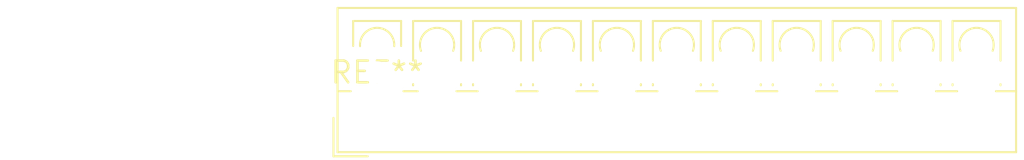
<source format=kicad_pcb>
(kicad_pcb (version 20240108) (generator pcbnew)
  (layers (0 "F.Cu" signal) (31 "B.Cu" signal) (34 "B.Paste" user) (35 "F.Paste" user) (36 "B.SilkS" user "B.Silkscreen") (37 "F.SilkS" user "F.Silkscreen") (38 "B.Mask" user) (39 "F.Mask" user) (44 "Edge.Cuts" user))
  (net 0 "")
  (footprint "TerminalBlock_4Ucon_1x11_P3.50mm_Vertical" (layer "F.Cu") (at 0 0)
    (property "Reference" "REF**")
    (property "Value" "TerminalBlock_4Ucon_1x11_P3.50mm_Vertical")
    (fp_line (start -2.55 2.66) (end -2.55 4.9) (layer "F.SilkS") (stroke (width 0.12)))
    (fp_line (start -2.55 4.9) (end -0.55 4.9) (layer "F.SilkS") (stroke (width 0.12)))
    (fp_line (start -2.31 -3.76) (end -2.31 4.66) (layer "F.SilkS") (stroke (width 0.12)))
    (fp_line (start -2.31 -3.76) (end 37.31 -3.76) (layer "F.SilkS") (stroke (width 0.12)))
    (fp_line (start -2.31 1.101) (end -1.54 1.101) (layer "F.SilkS") (stroke (width 0.12)))
    (fp_line (start -2.31 4.66) (end 37.31 4.66) (layer "F.SilkS") (stroke (width 0.12)))
    (fp_line (start -1.4 -3) (end -1.4 -1.54) (layer "F.SilkS") (stroke (width 0.12)))
    (fp_line (start -1.4 -3) (end 1.4 -3) (layer "F.SilkS") (stroke (width 0.12)))
    (fp_line (start 1.4 -3) (end 1.4 -1.54) (layer "F.SilkS") (stroke (width 0.12)))
    (fp_line (start 1.54 1.101) (end 2.367 1.101) (layer "F.SilkS") (stroke (width 0.12)))
    (fp_line (start 2.1 -3) (end 2.1 -0.689) (layer "F.SilkS") (stroke (width 0.12)))
    (fp_line (start 2.1 -3) (end 4.9 -3) (layer "F.SilkS") (stroke (width 0.12)))
    (fp_line (start 2.1 0.689) (end 2.1 0.75) (layer "F.SilkS") (stroke (width 0.12)))
    (fp_line (start 2.1 0.75) (end 2.101 0.75) (layer "F.SilkS") (stroke (width 0.12)))
    (fp_line (start 4.634 1.101) (end 5.867 1.101) (layer "F.SilkS") (stroke (width 0.12)))
    (fp_line (start 4.9 -3) (end 4.9 -0.689) (layer "F.SilkS") (stroke (width 0.12)))
    (fp_line (start 4.9 0.689) (end 4.9 0.75) (layer "F.SilkS") (stroke (width 0.12)))
    (fp_line (start 4.9 0.75) (end 4.9 0.75) (layer "F.SilkS") (stroke (width 0.12)))
    (fp_line (start 5.6 -3) (end 5.6 -0.689) (layer "F.SilkS") (stroke (width 0.12)))
    (fp_line (start 5.6 -3) (end 8.4 -3) (layer "F.SilkS") (stroke (width 0.12)))
    (fp_line (start 5.6 0.689) (end 5.6 0.75) (layer "F.SilkS") (stroke (width 0.12)))
    (fp_line (start 5.6 0.75) (end 5.601 0.75) (layer "F.SilkS") (stroke (width 0.12)))
    (fp_line (start 8.134 1.101) (end 9.367 1.101) (layer "F.SilkS") (stroke (width 0.12)))
    (fp_line (start 8.4 -3) (end 8.4 -0.689) (layer "F.SilkS") (stroke (width 0.12)))
    (fp_line (start 8.4 0.689) (end 8.4 0.75) (layer "F.SilkS") (stroke (width 0.12)))
    (fp_line (start 8.4 0.75) (end 8.4 0.75) (layer "F.SilkS") (stroke (width 0.12)))
    (fp_line (start 9.1 -3) (end 9.1 -0.689) (layer "F.SilkS") (stroke (width 0.12)))
    (fp_line (start 9.1 -3) (end 11.9 -3) (layer "F.SilkS") (stroke (width 0.12)))
    (fp_line (start 9.1 0.689) (end 9.1 0.75) (layer "F.SilkS") (stroke (width 0.12)))
    (fp_line (start 9.1 0.75) (end 9.101 0.75) (layer "F.SilkS") (stroke (width 0.12)))
    (fp_line (start 11.634 1.101) (end 12.867 1.101) (layer "F.SilkS") (stroke (width 0.12)))
    (fp_line (start 11.9 -3) (end 11.9 -0.689) (layer "F.SilkS") (stroke (width 0.12)))
    (fp_line (start 11.9 0.689) (end 11.9 0.75) (layer "F.SilkS") (stroke (width 0.12)))
    (fp_line (start 11.9 0.75) (end 11.9 0.75) (layer "F.SilkS") (stroke (width 0.12)))
    (fp_line (start 12.6 -3) (end 12.6 -0.689) (layer "F.SilkS") (stroke (width 0.12)))
    (fp_line (start 12.6 -3) (end 15.4 -3) (layer "F.SilkS") (stroke (width 0.12)))
    (fp_line (start 12.6 0.689) (end 12.6 0.75) (layer "F.SilkS") (stroke (width 0.12)))
    (fp_line (start 12.6 0.75) (end 12.601 0.75) (layer "F.SilkS") (stroke (width 0.12)))
    (fp_line (start 15.134 1.101) (end 16.367 1.101) (layer "F.SilkS") (stroke (width 0.12)))
    (fp_line (start 15.4 -3) (end 15.4 -0.689) (layer "F.SilkS") (stroke (width 0.12)))
    (fp_line (start 15.4 0.689) (end 15.4 0.75) (layer "F.SilkS") (stroke (width 0.12)))
    (fp_line (start 15.4 0.75) (end 15.4 0.75) (layer "F.SilkS") (stroke (width 0.12)))
    (fp_line (start 16.101 -3) (end 16.101 -0.689) (layer "F.SilkS") (stroke (width 0.12)))
    (fp_line (start 16.101 -3) (end 18.9 -3) (layer "F.SilkS") (stroke (width 0.12)))
    (fp_line (start 16.101 0.689) (end 16.101 0.75) (layer "F.SilkS") (stroke (width 0.12)))
    (fp_line (start 16.101 0.75) (end 16.101 0.75) (layer "F.SilkS") (stroke (width 0.12)))
    (fp_line (start 18.634 1.101) (end 19.867 1.101) (layer "F.SilkS") (stroke (width 0.12)))
    (fp_line (start 18.9 -3) (end 18.9 -0.689) (layer "F.SilkS") (stroke (width 0.12)))
    (fp_line (start 18.9 0.689) (end 18.9 0.75) (layer "F.SilkS") (stroke (width 0.12)))
    (fp_line (start 18.9 0.75) (end 18.9 0.75) (layer "F.SilkS") (stroke (width 0.12)))
    (fp_line (start 19.6 -3) (end 19.6 -0.689) (layer "F.SilkS") (stroke (width 0.12)))
    (fp_line (start 19.6 -3) (end 22.4 -3) (layer "F.SilkS") (stroke (width 0.12)))
    (fp_line (start 19.6 0.689) (end 19.6 0.75) (layer "F.SilkS") (stroke (width 0.12)))
    (fp_line (start 19.6 0.75) (end 19.601 0.75) (layer "F.SilkS") (stroke (width 0.12)))
    (fp_line (start 22.134 1.101) (end 23.367 1.101) (layer "F.SilkS") (stroke (width 0.12)))
    (fp_line (start 22.4 -3) (end 22.4 -0.689) (layer "F.SilkS") (stroke (width 0.12)))
    (fp_line (start 22.4 0.689) (end 22.4 0.75) (layer "F.SilkS") (stroke (width 0.12)))
    (fp_line (start 22.4 0.75) (end 22.4 0.75) (layer "F.SilkS") (stroke (width 0.12)))
    (fp_line (start 23.1 -3) (end 23.1 -0.689) (layer "F.SilkS") (stroke (width 0.12)))
    (fp_line (start 23.1 -3) (end 25.9 -3) (layer "F.SilkS") (stroke (width 0.12)))
    (fp_line (start 23.1 0.689) (end 23.1 0.75) (layer "F.SilkS") (stroke (width 0.12)))
    (fp_line (start 23.1 0.75) (end 23.101 0.75) (layer "F.SilkS") (stroke (width 0.12)))
    (fp_line (start 25.634 1.101) (end 26.867 1.101) (layer "F.SilkS") (stroke (width 0.12)))
    (fp_line (start 25.9 -3) (end 25.9 -0.689) (layer "F.SilkS") (stroke (width 0.12)))
    (fp_line (start 25.9 0.689) (end 25.9 0.75) (layer "F.SilkS") (stroke (width 0.12)))
    (fp_line (start 25.9 0.75) (end 25.9 0.75) (layer "F.SilkS") (stroke (width 0.12)))
    (fp_line (start 26.6 -3) (end 26.6 -0.689) (layer "F.SilkS") (stroke (width 0.12)))
    (fp_line (start 26.6 -3) (end 29.4 -3) (layer "F.SilkS") (stroke (width 0.12)))
    (fp_line (start 26.6 0.689) (end 26.6 0.75) (layer "F.SilkS") (stroke (width 0.12)))
    (fp_line (start 26.6 0.75) (end 26.601 0.75) (layer "F.SilkS") (stroke (width 0.12)))
    (fp_line (start 29.134 1.101) (end 30.367 1.101) (layer "F.SilkS") (stroke (width 0.12)))
    (fp_line (start 29.4 -3) (end 29.4 -0.689) (layer "F.SilkS") (stroke (width 0.12)))
    (fp_line (start 29.4 0.689) (end 29.4 0.75) (layer "F.SilkS") (stroke (width 0.12)))
    (fp_line (start 29.4 0.75) (end 29.4 0.75) (layer "F.SilkS") (stroke (width 0.12)))
    (fp_line (start 30.1 -3) (end 30.1 -0.689) (layer "F.SilkS") (stroke (width 0.12)))
    (fp_line (start 30.1 -3) (end 32.9 -3) (layer "F.SilkS") (stroke (width 0.12)))
    (fp_line (start 30.1 0.689) (end 30.1 0.75) (layer "F.SilkS") (stroke (width 0.12)))
    (fp_line (start 30.1 0.75) (end 30.101 0.75) (layer "F.SilkS") (stroke (width 0.12)))
    (fp_line (start 32.634 1.101) (end 33.867 1.101) (layer "F.SilkS") (stroke (width 0.12)))
    (fp_line (start 32.9 -3) (end 32.9 -0.689) (layer "F.SilkS") (stroke (width 0.12)))
    (fp_line (start 32.9 0.689) (end 32.9 0.75) (layer "F.SilkS") (stroke (width 0.12)))
    (fp_line (start 32.9 0.75) (end 32.9 0.75) (layer "F.SilkS") (stroke (width 0.12)))
    (fp_line (start 33.6 -3) (end 33.6 -0.689) (layer "F.SilkS") (stroke (width 0.12)))
    (fp_line (start 33.6 -3) (end 36.4 -3) (layer "F.SilkS") (stroke (width 0.12)))
    (fp_line (start 33.6 0.689) (end 33.6 0.75) (layer "F.SilkS") (stroke (width 0.12)))
    (fp_line (start 33.6 0.75) (end 33.601 0.75) (layer "F.SilkS") (stroke (width 0.12)))
    (fp_line (start 36.134 1.101) (end 37.31 1.101) (layer "F.SilkS") (stroke (width 0.12)))
    (fp_line (start 36.4 -3) (end 36.4 -0.689) (layer "F.SilkS") (stroke (width 0.12)))
    (fp_line (start 36.4 0.689) (end 36.4 0.75) (layer "F.SilkS") (stroke (width 0.12)))
    (fp_line (start 36.4 0.75) (end 36.4 0.75) (layer "F.SilkS") (stroke (width 0.12)))
    (fp_line (start 37.31 -3.76) (end 37.31 4.66) (layer "F.SilkS") (stroke (width 0.12)))
    (fp_arc (start -0.99789 -1.529434) (mid -0.000785 -2.600382) (end 0.998 -1.531) (layer "F.SilkS") (stroke (width 0.12)))
    (fp_arc (start 2.560085 -1.257767) (mid 3.499876 -2.600282) (end 4.44 -1.258) (layer "F.SilkS") (stroke (width 0.12)))
    (fp_arc (start 6.060085 -1.257767) (mid 6.999876 -2.600282) (end 7.94 -1.258) (layer "F.SilkS") (stroke (width 0.12)))
    (fp_arc (start 9.560085 -1.257767) (mid 10.499876 -2.600282) (end 11.44 -1.258) (layer "F.SilkS") (stroke (width 0.12)))
    (fp_arc (start 13.060085 -1.257767) (mid 13.999876 -2.600282) (end 14.94 -1.258) (layer "F.SilkS") (stroke (width 0.12)))
    (fp_arc (start 16.560085 -1.257767) (mid 17.499876 -2.600282) (end 18.44 -1.258) (layer "F.SilkS") (stroke (width 0.12)))
    (fp_arc (start 20.060085 -1.257767) (mid 20.999876 -2.600282) (end 21.94 -1.258) (layer "F.SilkS") (stroke (width 0.12)))
    (fp_arc (start 23.560085 -1.257767) (mid 24.499876 -2.600282) (end 25.44 -1.258) (layer "F.SilkS") (stroke (width 0.12)))
    (fp_arc (start 27.060085 -1.257767) (mid 27.999876 -2.600282) (end 28.94 -1.258) (layer "F.SilkS") (stroke (width 0.12)))
    (fp_arc (start 30.560085 -1.257767) (mid 31.499876 -2.600282) (end 32.44 -1.258) (layer "F.SilkS") (stroke (width 0.12)))
    (fp_arc (start 34.060085 -1.257767) (mid 34.999876 -2.600282) (end 35.94 -1.258) (layer "F.SilkS") (stroke (width 0.12)))
    (pad "1" thru_hole rect (at 0 0) (size 2.6 2.6) (drill 1.3) (layers *.Cu *.Mask) (remove_unused_layers))
    (pad "2" thru_hole circle (at 3.5 0) (size 2.6 2.6) (drill 1.3) (layers *.Cu *.Mask) (remove_unused_layers))
    (pad "3" thru_hole circle (at 7 0) (size 2.6 2.6) (drill 1.3) (layers *.Cu *.Mask) (remove_unused_layers))
    (pad "4" thru_hole circle (at 10.5 0) (size 2.6 2.6) (drill 1.3) (layers *.Cu *.Mask) (remove_unused_layers))
    (pad "5" thru_hole circle (at 14 0) (size 2.6 2.6) (drill 1.3) (layers *.Cu *.Mask) (remove_unused_layers))
    (pad "6" thru_hole circle (at 17.5 0) (size 2.6 2.6) (drill 1.3) (layers *.Cu *.Mask) (remove_unused_layers))
    (pad "7" thru_hole circle (at 21 0) (size 2.6 2.6) (drill 1.3) (layers *.Cu *.Mask) (remove_unused_layers))
    (pad "8" thru_hole circle (at 24.5 0) (size 2.6 2.6) (drill 1.3) (layers *.Cu *.Mask) (remove_unused_layers))
    (pad "9" thru_hole circle (at 28 0) (size 2.6 2.6) (drill 1.3) (layers *.Cu *.Mask) (remove_unused_layers))
    (pad "10" thru_hole circle (at 31.5 0) (size 2.6 2.6) (drill 1.3) (layers *.Cu *.Mask) (remove_unused_layers))
    (pad "11" thru_hole circle (at 35 0) (size 2.6 2.6) (drill 1.3) (layers *.Cu *.Mask) (remove_unused_layers))
  )
)
</source>
